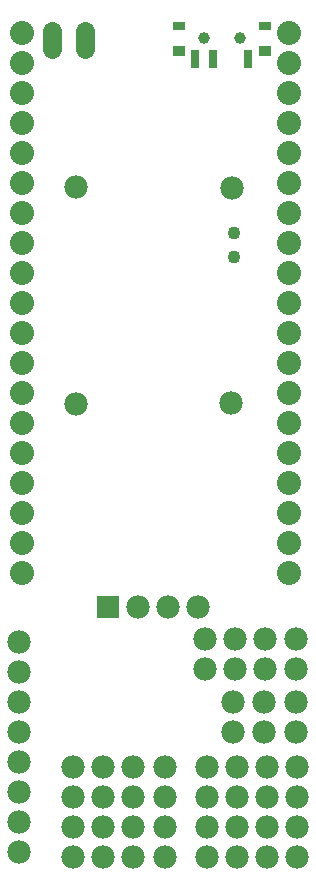
<source format=gbr>
G04 EAGLE Gerber RS-274X export*
G75*
%MOMM*%
%FSLAX34Y34*%
%LPD*%
%INSoldermask Top*%
%IPPOS*%
%AMOC8*
5,1,8,0,0,1.08239X$1,22.5*%
G01*
%ADD10C,1.101600*%
%ADD11C,1.625600*%
%ADD12C,1.981200*%
%ADD13R,0.801600X1.601600*%
%ADD14R,1.101600X0.701600*%
%ADD15R,1.101600X0.901600*%
%ADD16C,1.001600*%
%ADD17C,2.032000*%
%ADD18R,1.981200X1.981200*%


D10*
X196500Y543500D03*
X196500Y524000D03*
D11*
X42826Y699435D02*
X42826Y714675D01*
X70766Y714675D02*
X70766Y699435D01*
D12*
X194541Y399870D03*
X63041Y399370D03*
X63041Y582870D03*
X195541Y582370D03*
D13*
X164000Y691500D03*
X179000Y691500D03*
X209000Y691500D03*
D14*
X150000Y719000D03*
D15*
X150000Y698000D03*
D14*
X223000Y719000D03*
D15*
X223000Y698000D03*
D16*
X171500Y709000D03*
X201500Y709000D03*
D12*
X223500Y174500D03*
X223500Y199900D03*
X249000Y121500D03*
X249000Y146900D03*
X249000Y175000D03*
X249000Y200400D03*
D17*
X243700Y255800D03*
X243700Y281200D03*
X243700Y306600D03*
X243700Y332000D03*
X243700Y357400D03*
X243700Y382800D03*
X243700Y408200D03*
X243700Y433600D03*
X243700Y459000D03*
X243700Y484400D03*
X243700Y509800D03*
X243700Y535200D03*
X243700Y560600D03*
X243700Y586000D03*
X243700Y611400D03*
X243700Y636800D03*
X243700Y662200D03*
X243700Y687600D03*
X243700Y713000D03*
X17200Y255800D03*
X17200Y281200D03*
X17200Y306600D03*
X17200Y332000D03*
X17200Y357400D03*
X17200Y382800D03*
X17200Y408200D03*
X17200Y433600D03*
X17200Y459000D03*
X17200Y484400D03*
X17200Y509800D03*
X17200Y535200D03*
X17200Y560600D03*
X17200Y586000D03*
X17200Y611400D03*
X17200Y636800D03*
X17200Y662200D03*
X17200Y687600D03*
X17200Y713000D03*
D12*
X172500Y174500D03*
X172500Y199900D03*
X198000Y174500D03*
X198000Y199900D03*
D18*
X90500Y227500D03*
D12*
X115900Y227500D03*
X141300Y227500D03*
X166700Y227500D03*
X222500Y147000D03*
X222500Y121600D03*
X196000Y147000D03*
X196000Y121600D03*
X174000Y15500D03*
X174000Y40900D03*
X174000Y66300D03*
X174000Y91700D03*
X199400Y15500D03*
X199400Y40900D03*
X199400Y66300D03*
X199400Y91700D03*
X224800Y15500D03*
X224800Y40900D03*
X224800Y66300D03*
X224800Y91700D03*
X250200Y15500D03*
X250200Y40900D03*
X250200Y66300D03*
X250200Y91700D03*
X15000Y20000D03*
X15000Y45400D03*
X15000Y70800D03*
X15000Y96200D03*
X15000Y121600D03*
X15000Y147000D03*
X15000Y172400D03*
X15000Y197800D03*
X60500Y16000D03*
X60500Y41400D03*
X60500Y66800D03*
X60500Y92200D03*
X85900Y16000D03*
X85900Y41400D03*
X85900Y66800D03*
X85900Y92200D03*
X111500Y16000D03*
X111500Y41400D03*
X111500Y66800D03*
X111500Y92200D03*
X138500Y16000D03*
X138500Y41400D03*
X138500Y66800D03*
X138500Y92200D03*
M02*

</source>
